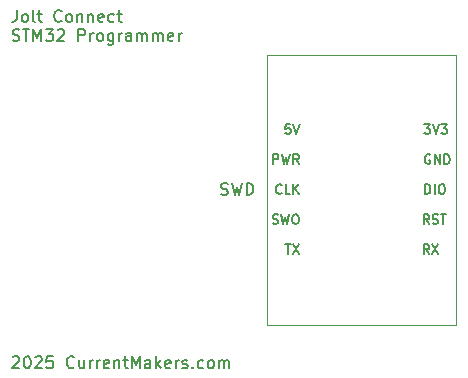
<source format=gto>
%TF.GenerationSoftware,KiCad,Pcbnew,9.0.4+dfsg-1*%
%TF.CreationDate,2025-09-24T09:23:34+08:00*%
%TF.ProjectId,cover,636f7665-722e-46b6-9963-61645f706362,a*%
%TF.SameCoordinates,Original*%
%TF.FileFunction,Legend,Top*%
%TF.FilePolarity,Positive*%
%FSLAX45Y45*%
G04 Gerber Fmt 4.5, Leading zero omitted, Abs format (unit mm)*
G04 Created by KiCad (PCBNEW 9.0.4+dfsg-1) date 2025-09-24 09:23:34*
%MOMM*%
%LPD*%
G01*
G04 APERTURE LIST*
%ADD10C,0.120000*%
%ADD11C,0.150000*%
G04 APERTURE END LIST*
D10*
X12979400Y-10033000D02*
X14224000Y-10033000D01*
X14224000Y-7747000D02*
X14579600Y-7747000D01*
X12979400Y-7747000D02*
X14224000Y-7747000D01*
X14579600Y-10033000D02*
X14224000Y-10033000D01*
X12979400Y-7747000D02*
X12979400Y-10033000D01*
X14579600Y-7747000D02*
X14579600Y-10033000D01*
D11*
X10857249Y-7369982D02*
X10857249Y-7441410D01*
X10857249Y-7441410D02*
X10852487Y-7455696D01*
X10852487Y-7455696D02*
X10842964Y-7465220D01*
X10842964Y-7465220D02*
X10828678Y-7469982D01*
X10828678Y-7469982D02*
X10819154Y-7469982D01*
X10919154Y-7469982D02*
X10909630Y-7465220D01*
X10909630Y-7465220D02*
X10904868Y-7460458D01*
X10904868Y-7460458D02*
X10900107Y-7450934D01*
X10900107Y-7450934D02*
X10900107Y-7422363D01*
X10900107Y-7422363D02*
X10904868Y-7412839D01*
X10904868Y-7412839D02*
X10909630Y-7408077D01*
X10909630Y-7408077D02*
X10919154Y-7403315D01*
X10919154Y-7403315D02*
X10933440Y-7403315D01*
X10933440Y-7403315D02*
X10942964Y-7408077D01*
X10942964Y-7408077D02*
X10947726Y-7412839D01*
X10947726Y-7412839D02*
X10952487Y-7422363D01*
X10952487Y-7422363D02*
X10952487Y-7450934D01*
X10952487Y-7450934D02*
X10947726Y-7460458D01*
X10947726Y-7460458D02*
X10942964Y-7465220D01*
X10942964Y-7465220D02*
X10933440Y-7469982D01*
X10933440Y-7469982D02*
X10919154Y-7469982D01*
X11009630Y-7469982D02*
X11000107Y-7465220D01*
X11000107Y-7465220D02*
X10995345Y-7455696D01*
X10995345Y-7455696D02*
X10995345Y-7369982D01*
X11033440Y-7403315D02*
X11071535Y-7403315D01*
X11047726Y-7369982D02*
X11047726Y-7455696D01*
X11047726Y-7455696D02*
X11052488Y-7465220D01*
X11052488Y-7465220D02*
X11062011Y-7469982D01*
X11062011Y-7469982D02*
X11071535Y-7469982D01*
X11238202Y-7460458D02*
X11233440Y-7465220D01*
X11233440Y-7465220D02*
X11219154Y-7469982D01*
X11219154Y-7469982D02*
X11209630Y-7469982D01*
X11209630Y-7469982D02*
X11195345Y-7465220D01*
X11195345Y-7465220D02*
X11185821Y-7455696D01*
X11185821Y-7455696D02*
X11181059Y-7446172D01*
X11181059Y-7446172D02*
X11176297Y-7427125D01*
X11176297Y-7427125D02*
X11176297Y-7412839D01*
X11176297Y-7412839D02*
X11181059Y-7393791D01*
X11181059Y-7393791D02*
X11185821Y-7384268D01*
X11185821Y-7384268D02*
X11195345Y-7374744D01*
X11195345Y-7374744D02*
X11209630Y-7369982D01*
X11209630Y-7369982D02*
X11219154Y-7369982D01*
X11219154Y-7369982D02*
X11233440Y-7374744D01*
X11233440Y-7374744D02*
X11238202Y-7379506D01*
X11295345Y-7469982D02*
X11285821Y-7465220D01*
X11285821Y-7465220D02*
X11281059Y-7460458D01*
X11281059Y-7460458D02*
X11276297Y-7450934D01*
X11276297Y-7450934D02*
X11276297Y-7422363D01*
X11276297Y-7422363D02*
X11281059Y-7412839D01*
X11281059Y-7412839D02*
X11285821Y-7408077D01*
X11285821Y-7408077D02*
X11295345Y-7403315D01*
X11295345Y-7403315D02*
X11309630Y-7403315D01*
X11309630Y-7403315D02*
X11319154Y-7408077D01*
X11319154Y-7408077D02*
X11323916Y-7412839D01*
X11323916Y-7412839D02*
X11328678Y-7422363D01*
X11328678Y-7422363D02*
X11328678Y-7450934D01*
X11328678Y-7450934D02*
X11323916Y-7460458D01*
X11323916Y-7460458D02*
X11319154Y-7465220D01*
X11319154Y-7465220D02*
X11309630Y-7469982D01*
X11309630Y-7469982D02*
X11295345Y-7469982D01*
X11371535Y-7403315D02*
X11371535Y-7469982D01*
X11371535Y-7412839D02*
X11376297Y-7408077D01*
X11376297Y-7408077D02*
X11385821Y-7403315D01*
X11385821Y-7403315D02*
X11400107Y-7403315D01*
X11400107Y-7403315D02*
X11409630Y-7408077D01*
X11409630Y-7408077D02*
X11414392Y-7417601D01*
X11414392Y-7417601D02*
X11414392Y-7469982D01*
X11462011Y-7403315D02*
X11462011Y-7469982D01*
X11462011Y-7412839D02*
X11466773Y-7408077D01*
X11466773Y-7408077D02*
X11476297Y-7403315D01*
X11476297Y-7403315D02*
X11490583Y-7403315D01*
X11490583Y-7403315D02*
X11500107Y-7408077D01*
X11500107Y-7408077D02*
X11504868Y-7417601D01*
X11504868Y-7417601D02*
X11504868Y-7469982D01*
X11590583Y-7465220D02*
X11581059Y-7469982D01*
X11581059Y-7469982D02*
X11562011Y-7469982D01*
X11562011Y-7469982D02*
X11552488Y-7465220D01*
X11552488Y-7465220D02*
X11547726Y-7455696D01*
X11547726Y-7455696D02*
X11547726Y-7417601D01*
X11547726Y-7417601D02*
X11552488Y-7408077D01*
X11552488Y-7408077D02*
X11562011Y-7403315D01*
X11562011Y-7403315D02*
X11581059Y-7403315D01*
X11581059Y-7403315D02*
X11590583Y-7408077D01*
X11590583Y-7408077D02*
X11595345Y-7417601D01*
X11595345Y-7417601D02*
X11595345Y-7427125D01*
X11595345Y-7427125D02*
X11547726Y-7436648D01*
X11681059Y-7465220D02*
X11671535Y-7469982D01*
X11671535Y-7469982D02*
X11652488Y-7469982D01*
X11652488Y-7469982D02*
X11642964Y-7465220D01*
X11642964Y-7465220D02*
X11638202Y-7460458D01*
X11638202Y-7460458D02*
X11633440Y-7450934D01*
X11633440Y-7450934D02*
X11633440Y-7422363D01*
X11633440Y-7422363D02*
X11638202Y-7412839D01*
X11638202Y-7412839D02*
X11642964Y-7408077D01*
X11642964Y-7408077D02*
X11652488Y-7403315D01*
X11652488Y-7403315D02*
X11671535Y-7403315D01*
X11671535Y-7403315D02*
X11681059Y-7408077D01*
X11709630Y-7403315D02*
X11747726Y-7403315D01*
X11723916Y-7369982D02*
X11723916Y-7455696D01*
X11723916Y-7455696D02*
X11728678Y-7465220D01*
X11728678Y-7465220D02*
X11738202Y-7469982D01*
X11738202Y-7469982D02*
X11747726Y-7469982D01*
X10823916Y-7626214D02*
X10838202Y-7630976D01*
X10838202Y-7630976D02*
X10862011Y-7630976D01*
X10862011Y-7630976D02*
X10871535Y-7626214D01*
X10871535Y-7626214D02*
X10876297Y-7621452D01*
X10876297Y-7621452D02*
X10881059Y-7611929D01*
X10881059Y-7611929D02*
X10881059Y-7602405D01*
X10881059Y-7602405D02*
X10876297Y-7592881D01*
X10876297Y-7592881D02*
X10871535Y-7588119D01*
X10871535Y-7588119D02*
X10862011Y-7583357D01*
X10862011Y-7583357D02*
X10842964Y-7578595D01*
X10842964Y-7578595D02*
X10833440Y-7573833D01*
X10833440Y-7573833D02*
X10828678Y-7569071D01*
X10828678Y-7569071D02*
X10823916Y-7559548D01*
X10823916Y-7559548D02*
X10823916Y-7550024D01*
X10823916Y-7550024D02*
X10828678Y-7540500D01*
X10828678Y-7540500D02*
X10833440Y-7535738D01*
X10833440Y-7535738D02*
X10842964Y-7530976D01*
X10842964Y-7530976D02*
X10866773Y-7530976D01*
X10866773Y-7530976D02*
X10881059Y-7535738D01*
X10909630Y-7530976D02*
X10966773Y-7530976D01*
X10938202Y-7630976D02*
X10938202Y-7530976D01*
X11000107Y-7630976D02*
X11000107Y-7530976D01*
X11000107Y-7530976D02*
X11033440Y-7602405D01*
X11033440Y-7602405D02*
X11066773Y-7530976D01*
X11066773Y-7530976D02*
X11066773Y-7630976D01*
X11104868Y-7530976D02*
X11166773Y-7530976D01*
X11166773Y-7530976D02*
X11133440Y-7569071D01*
X11133440Y-7569071D02*
X11147726Y-7569071D01*
X11147726Y-7569071D02*
X11157249Y-7573833D01*
X11157249Y-7573833D02*
X11162011Y-7578595D01*
X11162011Y-7578595D02*
X11166773Y-7588119D01*
X11166773Y-7588119D02*
X11166773Y-7611929D01*
X11166773Y-7611929D02*
X11162011Y-7621452D01*
X11162011Y-7621452D02*
X11157249Y-7626214D01*
X11157249Y-7626214D02*
X11147726Y-7630976D01*
X11147726Y-7630976D02*
X11119154Y-7630976D01*
X11119154Y-7630976D02*
X11109630Y-7626214D01*
X11109630Y-7626214D02*
X11104868Y-7621452D01*
X11204868Y-7540500D02*
X11209630Y-7535738D01*
X11209630Y-7535738D02*
X11219154Y-7530976D01*
X11219154Y-7530976D02*
X11242964Y-7530976D01*
X11242964Y-7530976D02*
X11252487Y-7535738D01*
X11252487Y-7535738D02*
X11257249Y-7540500D01*
X11257249Y-7540500D02*
X11262011Y-7550024D01*
X11262011Y-7550024D02*
X11262011Y-7559548D01*
X11262011Y-7559548D02*
X11257249Y-7573833D01*
X11257249Y-7573833D02*
X11200106Y-7630976D01*
X11200106Y-7630976D02*
X11262011Y-7630976D01*
X11381059Y-7630976D02*
X11381059Y-7530976D01*
X11381059Y-7530976D02*
X11419154Y-7530976D01*
X11419154Y-7530976D02*
X11428678Y-7535738D01*
X11428678Y-7535738D02*
X11433440Y-7540500D01*
X11433440Y-7540500D02*
X11438202Y-7550024D01*
X11438202Y-7550024D02*
X11438202Y-7564310D01*
X11438202Y-7564310D02*
X11433440Y-7573833D01*
X11433440Y-7573833D02*
X11428678Y-7578595D01*
X11428678Y-7578595D02*
X11419154Y-7583357D01*
X11419154Y-7583357D02*
X11381059Y-7583357D01*
X11481059Y-7630976D02*
X11481059Y-7564310D01*
X11481059Y-7583357D02*
X11485821Y-7573833D01*
X11485821Y-7573833D02*
X11490583Y-7569071D01*
X11490583Y-7569071D02*
X11500106Y-7564310D01*
X11500106Y-7564310D02*
X11509630Y-7564310D01*
X11557249Y-7630976D02*
X11547726Y-7626214D01*
X11547726Y-7626214D02*
X11542964Y-7621452D01*
X11542964Y-7621452D02*
X11538202Y-7611929D01*
X11538202Y-7611929D02*
X11538202Y-7583357D01*
X11538202Y-7583357D02*
X11542964Y-7573833D01*
X11542964Y-7573833D02*
X11547726Y-7569071D01*
X11547726Y-7569071D02*
X11557249Y-7564310D01*
X11557249Y-7564310D02*
X11571535Y-7564310D01*
X11571535Y-7564310D02*
X11581059Y-7569071D01*
X11581059Y-7569071D02*
X11585821Y-7573833D01*
X11585821Y-7573833D02*
X11590583Y-7583357D01*
X11590583Y-7583357D02*
X11590583Y-7611929D01*
X11590583Y-7611929D02*
X11585821Y-7621452D01*
X11585821Y-7621452D02*
X11581059Y-7626214D01*
X11581059Y-7626214D02*
X11571535Y-7630976D01*
X11571535Y-7630976D02*
X11557249Y-7630976D01*
X11676297Y-7564310D02*
X11676297Y-7645262D01*
X11676297Y-7645262D02*
X11671535Y-7654786D01*
X11671535Y-7654786D02*
X11666773Y-7659548D01*
X11666773Y-7659548D02*
X11657249Y-7664310D01*
X11657249Y-7664310D02*
X11642964Y-7664310D01*
X11642964Y-7664310D02*
X11633440Y-7659548D01*
X11676297Y-7626214D02*
X11666773Y-7630976D01*
X11666773Y-7630976D02*
X11647726Y-7630976D01*
X11647726Y-7630976D02*
X11638202Y-7626214D01*
X11638202Y-7626214D02*
X11633440Y-7621452D01*
X11633440Y-7621452D02*
X11628678Y-7611929D01*
X11628678Y-7611929D02*
X11628678Y-7583357D01*
X11628678Y-7583357D02*
X11633440Y-7573833D01*
X11633440Y-7573833D02*
X11638202Y-7569071D01*
X11638202Y-7569071D02*
X11647726Y-7564310D01*
X11647726Y-7564310D02*
X11666773Y-7564310D01*
X11666773Y-7564310D02*
X11676297Y-7569071D01*
X11723916Y-7630976D02*
X11723916Y-7564310D01*
X11723916Y-7583357D02*
X11728678Y-7573833D01*
X11728678Y-7573833D02*
X11733440Y-7569071D01*
X11733440Y-7569071D02*
X11742964Y-7564310D01*
X11742964Y-7564310D02*
X11752487Y-7564310D01*
X11828678Y-7630976D02*
X11828678Y-7578595D01*
X11828678Y-7578595D02*
X11823916Y-7569071D01*
X11823916Y-7569071D02*
X11814392Y-7564310D01*
X11814392Y-7564310D02*
X11795345Y-7564310D01*
X11795345Y-7564310D02*
X11785821Y-7569071D01*
X11828678Y-7626214D02*
X11819154Y-7630976D01*
X11819154Y-7630976D02*
X11795345Y-7630976D01*
X11795345Y-7630976D02*
X11785821Y-7626214D01*
X11785821Y-7626214D02*
X11781059Y-7616690D01*
X11781059Y-7616690D02*
X11781059Y-7607167D01*
X11781059Y-7607167D02*
X11785821Y-7597643D01*
X11785821Y-7597643D02*
X11795345Y-7592881D01*
X11795345Y-7592881D02*
X11819154Y-7592881D01*
X11819154Y-7592881D02*
X11828678Y-7588119D01*
X11876297Y-7630976D02*
X11876297Y-7564310D01*
X11876297Y-7573833D02*
X11881059Y-7569071D01*
X11881059Y-7569071D02*
X11890583Y-7564310D01*
X11890583Y-7564310D02*
X11904868Y-7564310D01*
X11904868Y-7564310D02*
X11914392Y-7569071D01*
X11914392Y-7569071D02*
X11919154Y-7578595D01*
X11919154Y-7578595D02*
X11919154Y-7630976D01*
X11919154Y-7578595D02*
X11923916Y-7569071D01*
X11923916Y-7569071D02*
X11933440Y-7564310D01*
X11933440Y-7564310D02*
X11947726Y-7564310D01*
X11947726Y-7564310D02*
X11957249Y-7569071D01*
X11957249Y-7569071D02*
X11962011Y-7578595D01*
X11962011Y-7578595D02*
X11962011Y-7630976D01*
X12009630Y-7630976D02*
X12009630Y-7564310D01*
X12009630Y-7573833D02*
X12014392Y-7569071D01*
X12014392Y-7569071D02*
X12023916Y-7564310D01*
X12023916Y-7564310D02*
X12038202Y-7564310D01*
X12038202Y-7564310D02*
X12047726Y-7569071D01*
X12047726Y-7569071D02*
X12052487Y-7578595D01*
X12052487Y-7578595D02*
X12052487Y-7630976D01*
X12052487Y-7578595D02*
X12057249Y-7569071D01*
X12057249Y-7569071D02*
X12066773Y-7564310D01*
X12066773Y-7564310D02*
X12081059Y-7564310D01*
X12081059Y-7564310D02*
X12090583Y-7569071D01*
X12090583Y-7569071D02*
X12095345Y-7578595D01*
X12095345Y-7578595D02*
X12095345Y-7630976D01*
X12181059Y-7626214D02*
X12171535Y-7630976D01*
X12171535Y-7630976D02*
X12152487Y-7630976D01*
X12152487Y-7630976D02*
X12142964Y-7626214D01*
X12142964Y-7626214D02*
X12138202Y-7616690D01*
X12138202Y-7616690D02*
X12138202Y-7578595D01*
X12138202Y-7578595D02*
X12142964Y-7569071D01*
X12142964Y-7569071D02*
X12152487Y-7564310D01*
X12152487Y-7564310D02*
X12171535Y-7564310D01*
X12171535Y-7564310D02*
X12181059Y-7569071D01*
X12181059Y-7569071D02*
X12185821Y-7578595D01*
X12185821Y-7578595D02*
X12185821Y-7588119D01*
X12185821Y-7588119D02*
X12138202Y-7597643D01*
X12228678Y-7630976D02*
X12228678Y-7564310D01*
X12228678Y-7583357D02*
X12233440Y-7573833D01*
X12233440Y-7573833D02*
X12238202Y-7569071D01*
X12238202Y-7569071D02*
X12247726Y-7564310D01*
X12247726Y-7564310D02*
X12257249Y-7564310D01*
X13101632Y-8918610D02*
X13097822Y-8922420D01*
X13097822Y-8922420D02*
X13086393Y-8926230D01*
X13086393Y-8926230D02*
X13078774Y-8926230D01*
X13078774Y-8926230D02*
X13067346Y-8922420D01*
X13067346Y-8922420D02*
X13059727Y-8914801D01*
X13059727Y-8914801D02*
X13055917Y-8907182D01*
X13055917Y-8907182D02*
X13052108Y-8891944D01*
X13052108Y-8891944D02*
X13052108Y-8880515D01*
X13052108Y-8880515D02*
X13055917Y-8865277D01*
X13055917Y-8865277D02*
X13059727Y-8857658D01*
X13059727Y-8857658D02*
X13067346Y-8850039D01*
X13067346Y-8850039D02*
X13078774Y-8846230D01*
X13078774Y-8846230D02*
X13086393Y-8846230D01*
X13086393Y-8846230D02*
X13097822Y-8850039D01*
X13097822Y-8850039D02*
X13101632Y-8853849D01*
X13174012Y-8926230D02*
X13135917Y-8926230D01*
X13135917Y-8926230D02*
X13135917Y-8846230D01*
X13200679Y-8926230D02*
X13200679Y-8846230D01*
X13246393Y-8926230D02*
X13212108Y-8880515D01*
X13246393Y-8846230D02*
X13200679Y-8891944D01*
X13025441Y-9176420D02*
X13036870Y-9180230D01*
X13036870Y-9180230D02*
X13055917Y-9180230D01*
X13055917Y-9180230D02*
X13063536Y-9176420D01*
X13063536Y-9176420D02*
X13067346Y-9172610D01*
X13067346Y-9172610D02*
X13071155Y-9164991D01*
X13071155Y-9164991D02*
X13071155Y-9157372D01*
X13071155Y-9157372D02*
X13067346Y-9149753D01*
X13067346Y-9149753D02*
X13063536Y-9145944D01*
X13063536Y-9145944D02*
X13055917Y-9142134D01*
X13055917Y-9142134D02*
X13040679Y-9138325D01*
X13040679Y-9138325D02*
X13033060Y-9134515D01*
X13033060Y-9134515D02*
X13029251Y-9130706D01*
X13029251Y-9130706D02*
X13025441Y-9123087D01*
X13025441Y-9123087D02*
X13025441Y-9115468D01*
X13025441Y-9115468D02*
X13029251Y-9107849D01*
X13029251Y-9107849D02*
X13033060Y-9104039D01*
X13033060Y-9104039D02*
X13040679Y-9100230D01*
X13040679Y-9100230D02*
X13059727Y-9100230D01*
X13059727Y-9100230D02*
X13071155Y-9104039D01*
X13097822Y-9100230D02*
X13116870Y-9180230D01*
X13116870Y-9180230D02*
X13132108Y-9123087D01*
X13132108Y-9123087D02*
X13147346Y-9180230D01*
X13147346Y-9180230D02*
X13166393Y-9100230D01*
X13212108Y-9100230D02*
X13227346Y-9100230D01*
X13227346Y-9100230D02*
X13234965Y-9104039D01*
X13234965Y-9104039D02*
X13242584Y-9111658D01*
X13242584Y-9111658D02*
X13246393Y-9126896D01*
X13246393Y-9126896D02*
X13246393Y-9153563D01*
X13246393Y-9153563D02*
X13242584Y-9168801D01*
X13242584Y-9168801D02*
X13234965Y-9176420D01*
X13234965Y-9176420D02*
X13227346Y-9180230D01*
X13227346Y-9180230D02*
X13212108Y-9180230D01*
X13212108Y-9180230D02*
X13204489Y-9176420D01*
X13204489Y-9176420D02*
X13196870Y-9168801D01*
X13196870Y-9168801D02*
X13193060Y-9153563D01*
X13193060Y-9153563D02*
X13193060Y-9126896D01*
X13193060Y-9126896D02*
X13196870Y-9111658D01*
X13196870Y-9111658D02*
X13204489Y-9104039D01*
X13204489Y-9104039D02*
X13212108Y-9100230D01*
X13174012Y-8338229D02*
X13135917Y-8338229D01*
X13135917Y-8338229D02*
X13132108Y-8376325D01*
X13132108Y-8376325D02*
X13135917Y-8372515D01*
X13135917Y-8372515D02*
X13143536Y-8368706D01*
X13143536Y-8368706D02*
X13162584Y-8368706D01*
X13162584Y-8368706D02*
X13170203Y-8372515D01*
X13170203Y-8372515D02*
X13174012Y-8376325D01*
X13174012Y-8376325D02*
X13177822Y-8383944D01*
X13177822Y-8383944D02*
X13177822Y-8402991D01*
X13177822Y-8402991D02*
X13174012Y-8410610D01*
X13174012Y-8410610D02*
X13170203Y-8414420D01*
X13170203Y-8414420D02*
X13162584Y-8418230D01*
X13162584Y-8418230D02*
X13143536Y-8418230D01*
X13143536Y-8418230D02*
X13135917Y-8414420D01*
X13135917Y-8414420D02*
X13132108Y-8410610D01*
X13200679Y-8338229D02*
X13227346Y-8418230D01*
X13227346Y-8418230D02*
X13254012Y-8338229D01*
X14349430Y-9434230D02*
X14322764Y-9396134D01*
X14303716Y-9434230D02*
X14303716Y-9354230D01*
X14303716Y-9354230D02*
X14334192Y-9354230D01*
X14334192Y-9354230D02*
X14341811Y-9358039D01*
X14341811Y-9358039D02*
X14345621Y-9361849D01*
X14345621Y-9361849D02*
X14349430Y-9369468D01*
X14349430Y-9369468D02*
X14349430Y-9380896D01*
X14349430Y-9380896D02*
X14345621Y-9388515D01*
X14345621Y-9388515D02*
X14341811Y-9392325D01*
X14341811Y-9392325D02*
X14334192Y-9396134D01*
X14334192Y-9396134D02*
X14303716Y-9396134D01*
X14376097Y-9354230D02*
X14429430Y-9434230D01*
X14429430Y-9354230D02*
X14376097Y-9434230D01*
X14349430Y-9180230D02*
X14322764Y-9142134D01*
X14303716Y-9180230D02*
X14303716Y-9100230D01*
X14303716Y-9100230D02*
X14334192Y-9100230D01*
X14334192Y-9100230D02*
X14341811Y-9104039D01*
X14341811Y-9104039D02*
X14345621Y-9107849D01*
X14345621Y-9107849D02*
X14349430Y-9115468D01*
X14349430Y-9115468D02*
X14349430Y-9126896D01*
X14349430Y-9126896D02*
X14345621Y-9134515D01*
X14345621Y-9134515D02*
X14341811Y-9138325D01*
X14341811Y-9138325D02*
X14334192Y-9142134D01*
X14334192Y-9142134D02*
X14303716Y-9142134D01*
X14379906Y-9176420D02*
X14391335Y-9180230D01*
X14391335Y-9180230D02*
X14410383Y-9180230D01*
X14410383Y-9180230D02*
X14418002Y-9176420D01*
X14418002Y-9176420D02*
X14421811Y-9172610D01*
X14421811Y-9172610D02*
X14425621Y-9164991D01*
X14425621Y-9164991D02*
X14425621Y-9157372D01*
X14425621Y-9157372D02*
X14421811Y-9149753D01*
X14421811Y-9149753D02*
X14418002Y-9145944D01*
X14418002Y-9145944D02*
X14410383Y-9142134D01*
X14410383Y-9142134D02*
X14395144Y-9138325D01*
X14395144Y-9138325D02*
X14387525Y-9134515D01*
X14387525Y-9134515D02*
X14383716Y-9130706D01*
X14383716Y-9130706D02*
X14379906Y-9123087D01*
X14379906Y-9123087D02*
X14379906Y-9115468D01*
X14379906Y-9115468D02*
X14383716Y-9107849D01*
X14383716Y-9107849D02*
X14387525Y-9104039D01*
X14387525Y-9104039D02*
X14395144Y-9100230D01*
X14395144Y-9100230D02*
X14414192Y-9100230D01*
X14414192Y-9100230D02*
X14425621Y-9104039D01*
X14448478Y-9100230D02*
X14494192Y-9100230D01*
X14471335Y-9180230D02*
X14471335Y-9100230D01*
X12590155Y-8930720D02*
X12604441Y-8935482D01*
X12604441Y-8935482D02*
X12628251Y-8935482D01*
X12628251Y-8935482D02*
X12637774Y-8930720D01*
X12637774Y-8930720D02*
X12642536Y-8925958D01*
X12642536Y-8925958D02*
X12647298Y-8916434D01*
X12647298Y-8916434D02*
X12647298Y-8906910D01*
X12647298Y-8906910D02*
X12642536Y-8897387D01*
X12642536Y-8897387D02*
X12637774Y-8892625D01*
X12637774Y-8892625D02*
X12628251Y-8887863D01*
X12628251Y-8887863D02*
X12609203Y-8883101D01*
X12609203Y-8883101D02*
X12599679Y-8878339D01*
X12599679Y-8878339D02*
X12594917Y-8873577D01*
X12594917Y-8873577D02*
X12590155Y-8864053D01*
X12590155Y-8864053D02*
X12590155Y-8854530D01*
X12590155Y-8854530D02*
X12594917Y-8845006D01*
X12594917Y-8845006D02*
X12599679Y-8840244D01*
X12599679Y-8840244D02*
X12609203Y-8835482D01*
X12609203Y-8835482D02*
X12633012Y-8835482D01*
X12633012Y-8835482D02*
X12647298Y-8840244D01*
X12680632Y-8835482D02*
X12704441Y-8935482D01*
X12704441Y-8935482D02*
X12723489Y-8864053D01*
X12723489Y-8864053D02*
X12742536Y-8935482D01*
X12742536Y-8935482D02*
X12766346Y-8835482D01*
X12804441Y-8935482D02*
X12804441Y-8835482D01*
X12804441Y-8835482D02*
X12828251Y-8835482D01*
X12828251Y-8835482D02*
X12842536Y-8840244D01*
X12842536Y-8840244D02*
X12852060Y-8849768D01*
X12852060Y-8849768D02*
X12856822Y-8859291D01*
X12856822Y-8859291D02*
X12861584Y-8878339D01*
X12861584Y-8878339D02*
X12861584Y-8892625D01*
X12861584Y-8892625D02*
X12856822Y-8911672D01*
X12856822Y-8911672D02*
X12852060Y-8921196D01*
X12852060Y-8921196D02*
X12842536Y-8930720D01*
X12842536Y-8930720D02*
X12828251Y-8935482D01*
X12828251Y-8935482D02*
X12804441Y-8935482D01*
X10823916Y-10310506D02*
X10828678Y-10305744D01*
X10828678Y-10305744D02*
X10838202Y-10300982D01*
X10838202Y-10300982D02*
X10862011Y-10300982D01*
X10862011Y-10300982D02*
X10871535Y-10305744D01*
X10871535Y-10305744D02*
X10876297Y-10310506D01*
X10876297Y-10310506D02*
X10881059Y-10320030D01*
X10881059Y-10320030D02*
X10881059Y-10329553D01*
X10881059Y-10329553D02*
X10876297Y-10343839D01*
X10876297Y-10343839D02*
X10819154Y-10400982D01*
X10819154Y-10400982D02*
X10881059Y-10400982D01*
X10942964Y-10300982D02*
X10952487Y-10300982D01*
X10952487Y-10300982D02*
X10962011Y-10305744D01*
X10962011Y-10305744D02*
X10966773Y-10310506D01*
X10966773Y-10310506D02*
X10971535Y-10320030D01*
X10971535Y-10320030D02*
X10976297Y-10339077D01*
X10976297Y-10339077D02*
X10976297Y-10362887D01*
X10976297Y-10362887D02*
X10971535Y-10381934D01*
X10971535Y-10381934D02*
X10966773Y-10391458D01*
X10966773Y-10391458D02*
X10962011Y-10396220D01*
X10962011Y-10396220D02*
X10952487Y-10400982D01*
X10952487Y-10400982D02*
X10942964Y-10400982D01*
X10942964Y-10400982D02*
X10933440Y-10396220D01*
X10933440Y-10396220D02*
X10928678Y-10391458D01*
X10928678Y-10391458D02*
X10923916Y-10381934D01*
X10923916Y-10381934D02*
X10919154Y-10362887D01*
X10919154Y-10362887D02*
X10919154Y-10339077D01*
X10919154Y-10339077D02*
X10923916Y-10320030D01*
X10923916Y-10320030D02*
X10928678Y-10310506D01*
X10928678Y-10310506D02*
X10933440Y-10305744D01*
X10933440Y-10305744D02*
X10942964Y-10300982D01*
X11014392Y-10310506D02*
X11019154Y-10305744D01*
X11019154Y-10305744D02*
X11028678Y-10300982D01*
X11028678Y-10300982D02*
X11052487Y-10300982D01*
X11052487Y-10300982D02*
X11062011Y-10305744D01*
X11062011Y-10305744D02*
X11066773Y-10310506D01*
X11066773Y-10310506D02*
X11071535Y-10320030D01*
X11071535Y-10320030D02*
X11071535Y-10329553D01*
X11071535Y-10329553D02*
X11066773Y-10343839D01*
X11066773Y-10343839D02*
X11009630Y-10400982D01*
X11009630Y-10400982D02*
X11071535Y-10400982D01*
X11162011Y-10300982D02*
X11114392Y-10300982D01*
X11114392Y-10300982D02*
X11109630Y-10348601D01*
X11109630Y-10348601D02*
X11114392Y-10343839D01*
X11114392Y-10343839D02*
X11123916Y-10339077D01*
X11123916Y-10339077D02*
X11147726Y-10339077D01*
X11147726Y-10339077D02*
X11157249Y-10343839D01*
X11157249Y-10343839D02*
X11162011Y-10348601D01*
X11162011Y-10348601D02*
X11166773Y-10358125D01*
X11166773Y-10358125D02*
X11166773Y-10381934D01*
X11166773Y-10381934D02*
X11162011Y-10391458D01*
X11162011Y-10391458D02*
X11157249Y-10396220D01*
X11157249Y-10396220D02*
X11147726Y-10400982D01*
X11147726Y-10400982D02*
X11123916Y-10400982D01*
X11123916Y-10400982D02*
X11114392Y-10396220D01*
X11114392Y-10396220D02*
X11109630Y-10391458D01*
X11342964Y-10391458D02*
X11338202Y-10396220D01*
X11338202Y-10396220D02*
X11323916Y-10400982D01*
X11323916Y-10400982D02*
X11314392Y-10400982D01*
X11314392Y-10400982D02*
X11300106Y-10396220D01*
X11300106Y-10396220D02*
X11290583Y-10386696D01*
X11290583Y-10386696D02*
X11285821Y-10377172D01*
X11285821Y-10377172D02*
X11281059Y-10358125D01*
X11281059Y-10358125D02*
X11281059Y-10343839D01*
X11281059Y-10343839D02*
X11285821Y-10324791D01*
X11285821Y-10324791D02*
X11290583Y-10315268D01*
X11290583Y-10315268D02*
X11300106Y-10305744D01*
X11300106Y-10305744D02*
X11314392Y-10300982D01*
X11314392Y-10300982D02*
X11323916Y-10300982D01*
X11323916Y-10300982D02*
X11338202Y-10305744D01*
X11338202Y-10305744D02*
X11342964Y-10310506D01*
X11428678Y-10334315D02*
X11428678Y-10400982D01*
X11385821Y-10334315D02*
X11385821Y-10386696D01*
X11385821Y-10386696D02*
X11390583Y-10396220D01*
X11390583Y-10396220D02*
X11400106Y-10400982D01*
X11400106Y-10400982D02*
X11414392Y-10400982D01*
X11414392Y-10400982D02*
X11423916Y-10396220D01*
X11423916Y-10396220D02*
X11428678Y-10391458D01*
X11476297Y-10400982D02*
X11476297Y-10334315D01*
X11476297Y-10353363D02*
X11481059Y-10343839D01*
X11481059Y-10343839D02*
X11485821Y-10339077D01*
X11485821Y-10339077D02*
X11495345Y-10334315D01*
X11495345Y-10334315D02*
X11504868Y-10334315D01*
X11538202Y-10400982D02*
X11538202Y-10334315D01*
X11538202Y-10353363D02*
X11542964Y-10343839D01*
X11542964Y-10343839D02*
X11547726Y-10339077D01*
X11547726Y-10339077D02*
X11557249Y-10334315D01*
X11557249Y-10334315D02*
X11566773Y-10334315D01*
X11638202Y-10396220D02*
X11628678Y-10400982D01*
X11628678Y-10400982D02*
X11609630Y-10400982D01*
X11609630Y-10400982D02*
X11600107Y-10396220D01*
X11600107Y-10396220D02*
X11595345Y-10386696D01*
X11595345Y-10386696D02*
X11595345Y-10348601D01*
X11595345Y-10348601D02*
X11600107Y-10339077D01*
X11600107Y-10339077D02*
X11609630Y-10334315D01*
X11609630Y-10334315D02*
X11628678Y-10334315D01*
X11628678Y-10334315D02*
X11638202Y-10339077D01*
X11638202Y-10339077D02*
X11642964Y-10348601D01*
X11642964Y-10348601D02*
X11642964Y-10358125D01*
X11642964Y-10358125D02*
X11595345Y-10367649D01*
X11685821Y-10334315D02*
X11685821Y-10400982D01*
X11685821Y-10343839D02*
X11690583Y-10339077D01*
X11690583Y-10339077D02*
X11700107Y-10334315D01*
X11700107Y-10334315D02*
X11714392Y-10334315D01*
X11714392Y-10334315D02*
X11723916Y-10339077D01*
X11723916Y-10339077D02*
X11728678Y-10348601D01*
X11728678Y-10348601D02*
X11728678Y-10400982D01*
X11762011Y-10334315D02*
X11800107Y-10334315D01*
X11776297Y-10300982D02*
X11776297Y-10386696D01*
X11776297Y-10386696D02*
X11781059Y-10396220D01*
X11781059Y-10396220D02*
X11790583Y-10400982D01*
X11790583Y-10400982D02*
X11800107Y-10400982D01*
X11833440Y-10400982D02*
X11833440Y-10300982D01*
X11833440Y-10300982D02*
X11866773Y-10372410D01*
X11866773Y-10372410D02*
X11900107Y-10300982D01*
X11900107Y-10300982D02*
X11900107Y-10400982D01*
X11990583Y-10400982D02*
X11990583Y-10348601D01*
X11990583Y-10348601D02*
X11985821Y-10339077D01*
X11985821Y-10339077D02*
X11976297Y-10334315D01*
X11976297Y-10334315D02*
X11957249Y-10334315D01*
X11957249Y-10334315D02*
X11947726Y-10339077D01*
X11990583Y-10396220D02*
X11981059Y-10400982D01*
X11981059Y-10400982D02*
X11957249Y-10400982D01*
X11957249Y-10400982D02*
X11947726Y-10396220D01*
X11947726Y-10396220D02*
X11942964Y-10386696D01*
X11942964Y-10386696D02*
X11942964Y-10377172D01*
X11942964Y-10377172D02*
X11947726Y-10367649D01*
X11947726Y-10367649D02*
X11957249Y-10362887D01*
X11957249Y-10362887D02*
X11981059Y-10362887D01*
X11981059Y-10362887D02*
X11990583Y-10358125D01*
X12038202Y-10400982D02*
X12038202Y-10300982D01*
X12047726Y-10362887D02*
X12076297Y-10400982D01*
X12076297Y-10334315D02*
X12038202Y-10372410D01*
X12157249Y-10396220D02*
X12147726Y-10400982D01*
X12147726Y-10400982D02*
X12128678Y-10400982D01*
X12128678Y-10400982D02*
X12119154Y-10396220D01*
X12119154Y-10396220D02*
X12114392Y-10386696D01*
X12114392Y-10386696D02*
X12114392Y-10348601D01*
X12114392Y-10348601D02*
X12119154Y-10339077D01*
X12119154Y-10339077D02*
X12128678Y-10334315D01*
X12128678Y-10334315D02*
X12147726Y-10334315D01*
X12147726Y-10334315D02*
X12157249Y-10339077D01*
X12157249Y-10339077D02*
X12162011Y-10348601D01*
X12162011Y-10348601D02*
X12162011Y-10358125D01*
X12162011Y-10358125D02*
X12114392Y-10367649D01*
X12204869Y-10400982D02*
X12204869Y-10334315D01*
X12204869Y-10353363D02*
X12209630Y-10343839D01*
X12209630Y-10343839D02*
X12214392Y-10339077D01*
X12214392Y-10339077D02*
X12223916Y-10334315D01*
X12223916Y-10334315D02*
X12233440Y-10334315D01*
X12262011Y-10396220D02*
X12271535Y-10400982D01*
X12271535Y-10400982D02*
X12290583Y-10400982D01*
X12290583Y-10400982D02*
X12300107Y-10396220D01*
X12300107Y-10396220D02*
X12304869Y-10386696D01*
X12304869Y-10386696D02*
X12304869Y-10381934D01*
X12304869Y-10381934D02*
X12300107Y-10372410D01*
X12300107Y-10372410D02*
X12290583Y-10367649D01*
X12290583Y-10367649D02*
X12276297Y-10367649D01*
X12276297Y-10367649D02*
X12266773Y-10362887D01*
X12266773Y-10362887D02*
X12262011Y-10353363D01*
X12262011Y-10353363D02*
X12262011Y-10348601D01*
X12262011Y-10348601D02*
X12266773Y-10339077D01*
X12266773Y-10339077D02*
X12276297Y-10334315D01*
X12276297Y-10334315D02*
X12290583Y-10334315D01*
X12290583Y-10334315D02*
X12300107Y-10339077D01*
X12347726Y-10391458D02*
X12352488Y-10396220D01*
X12352488Y-10396220D02*
X12347726Y-10400982D01*
X12347726Y-10400982D02*
X12342964Y-10396220D01*
X12342964Y-10396220D02*
X12347726Y-10391458D01*
X12347726Y-10391458D02*
X12347726Y-10400982D01*
X12438202Y-10396220D02*
X12428678Y-10400982D01*
X12428678Y-10400982D02*
X12409630Y-10400982D01*
X12409630Y-10400982D02*
X12400107Y-10396220D01*
X12400107Y-10396220D02*
X12395345Y-10391458D01*
X12395345Y-10391458D02*
X12390583Y-10381934D01*
X12390583Y-10381934D02*
X12390583Y-10353363D01*
X12390583Y-10353363D02*
X12395345Y-10343839D01*
X12395345Y-10343839D02*
X12400107Y-10339077D01*
X12400107Y-10339077D02*
X12409630Y-10334315D01*
X12409630Y-10334315D02*
X12428678Y-10334315D01*
X12428678Y-10334315D02*
X12438202Y-10339077D01*
X12495345Y-10400982D02*
X12485821Y-10396220D01*
X12485821Y-10396220D02*
X12481059Y-10391458D01*
X12481059Y-10391458D02*
X12476297Y-10381934D01*
X12476297Y-10381934D02*
X12476297Y-10353363D01*
X12476297Y-10353363D02*
X12481059Y-10343839D01*
X12481059Y-10343839D02*
X12485821Y-10339077D01*
X12485821Y-10339077D02*
X12495345Y-10334315D01*
X12495345Y-10334315D02*
X12509630Y-10334315D01*
X12509630Y-10334315D02*
X12519154Y-10339077D01*
X12519154Y-10339077D02*
X12523916Y-10343839D01*
X12523916Y-10343839D02*
X12528678Y-10353363D01*
X12528678Y-10353363D02*
X12528678Y-10381934D01*
X12528678Y-10381934D02*
X12523916Y-10391458D01*
X12523916Y-10391458D02*
X12519154Y-10396220D01*
X12519154Y-10396220D02*
X12509630Y-10400982D01*
X12509630Y-10400982D02*
X12495345Y-10400982D01*
X12571535Y-10400982D02*
X12571535Y-10334315D01*
X12571535Y-10343839D02*
X12576297Y-10339077D01*
X12576297Y-10339077D02*
X12585821Y-10334315D01*
X12585821Y-10334315D02*
X12600107Y-10334315D01*
X12600107Y-10334315D02*
X12609630Y-10339077D01*
X12609630Y-10339077D02*
X12614392Y-10348601D01*
X12614392Y-10348601D02*
X12614392Y-10400982D01*
X12614392Y-10348601D02*
X12619154Y-10339077D01*
X12619154Y-10339077D02*
X12628678Y-10334315D01*
X12628678Y-10334315D02*
X12642964Y-10334315D01*
X12642964Y-10334315D02*
X12652488Y-10339077D01*
X12652488Y-10339077D02*
X12657250Y-10348601D01*
X12657250Y-10348601D02*
X12657250Y-10400982D01*
X14358321Y-8596039D02*
X14350702Y-8592230D01*
X14350702Y-8592230D02*
X14339273Y-8592230D01*
X14339273Y-8592230D02*
X14327844Y-8596039D01*
X14327844Y-8596039D02*
X14320225Y-8603658D01*
X14320225Y-8603658D02*
X14316416Y-8611277D01*
X14316416Y-8611277D02*
X14312606Y-8626515D01*
X14312606Y-8626515D02*
X14312606Y-8637944D01*
X14312606Y-8637944D02*
X14316416Y-8653182D01*
X14316416Y-8653182D02*
X14320225Y-8660801D01*
X14320225Y-8660801D02*
X14327844Y-8668420D01*
X14327844Y-8668420D02*
X14339273Y-8672230D01*
X14339273Y-8672230D02*
X14346892Y-8672230D01*
X14346892Y-8672230D02*
X14358321Y-8668420D01*
X14358321Y-8668420D02*
X14362130Y-8664610D01*
X14362130Y-8664610D02*
X14362130Y-8637944D01*
X14362130Y-8637944D02*
X14346892Y-8637944D01*
X14396416Y-8672230D02*
X14396416Y-8592230D01*
X14396416Y-8592230D02*
X14442130Y-8672230D01*
X14442130Y-8672230D02*
X14442130Y-8592230D01*
X14480225Y-8672230D02*
X14480225Y-8592230D01*
X14480225Y-8592230D02*
X14499273Y-8592230D01*
X14499273Y-8592230D02*
X14510702Y-8596039D01*
X14510702Y-8596039D02*
X14518321Y-8603658D01*
X14518321Y-8603658D02*
X14522130Y-8611277D01*
X14522130Y-8611277D02*
X14525940Y-8626515D01*
X14525940Y-8626515D02*
X14525940Y-8637944D01*
X14525940Y-8637944D02*
X14522130Y-8653182D01*
X14522130Y-8653182D02*
X14518321Y-8660801D01*
X14518321Y-8660801D02*
X14510702Y-8668420D01*
X14510702Y-8668420D02*
X14499273Y-8672230D01*
X14499273Y-8672230D02*
X14480225Y-8672230D01*
X14316416Y-8926230D02*
X14316416Y-8846230D01*
X14316416Y-8846230D02*
X14335464Y-8846230D01*
X14335464Y-8846230D02*
X14346892Y-8850039D01*
X14346892Y-8850039D02*
X14354511Y-8857658D01*
X14354511Y-8857658D02*
X14358321Y-8865277D01*
X14358321Y-8865277D02*
X14362130Y-8880515D01*
X14362130Y-8880515D02*
X14362130Y-8891944D01*
X14362130Y-8891944D02*
X14358321Y-8907182D01*
X14358321Y-8907182D02*
X14354511Y-8914801D01*
X14354511Y-8914801D02*
X14346892Y-8922420D01*
X14346892Y-8922420D02*
X14335464Y-8926230D01*
X14335464Y-8926230D02*
X14316416Y-8926230D01*
X14396416Y-8926230D02*
X14396416Y-8846230D01*
X14449749Y-8846230D02*
X14464987Y-8846230D01*
X14464987Y-8846230D02*
X14472606Y-8850039D01*
X14472606Y-8850039D02*
X14480225Y-8857658D01*
X14480225Y-8857658D02*
X14484035Y-8872896D01*
X14484035Y-8872896D02*
X14484035Y-8899563D01*
X14484035Y-8899563D02*
X14480225Y-8914801D01*
X14480225Y-8914801D02*
X14472606Y-8922420D01*
X14472606Y-8922420D02*
X14464987Y-8926230D01*
X14464987Y-8926230D02*
X14449749Y-8926230D01*
X14449749Y-8926230D02*
X14442130Y-8922420D01*
X14442130Y-8922420D02*
X14434511Y-8914801D01*
X14434511Y-8914801D02*
X14430702Y-8899563D01*
X14430702Y-8899563D02*
X14430702Y-8872896D01*
X14430702Y-8872896D02*
X14434511Y-8857658D01*
X14434511Y-8857658D02*
X14442130Y-8850039D01*
X14442130Y-8850039D02*
X14449749Y-8846230D01*
X13029251Y-8672230D02*
X13029251Y-8592230D01*
X13029251Y-8592230D02*
X13059727Y-8592230D01*
X13059727Y-8592230D02*
X13067346Y-8596039D01*
X13067346Y-8596039D02*
X13071155Y-8599849D01*
X13071155Y-8599849D02*
X13074965Y-8607468D01*
X13074965Y-8607468D02*
X13074965Y-8618896D01*
X13074965Y-8618896D02*
X13071155Y-8626515D01*
X13071155Y-8626515D02*
X13067346Y-8630325D01*
X13067346Y-8630325D02*
X13059727Y-8634134D01*
X13059727Y-8634134D02*
X13029251Y-8634134D01*
X13101631Y-8592230D02*
X13120679Y-8672230D01*
X13120679Y-8672230D02*
X13135917Y-8615087D01*
X13135917Y-8615087D02*
X13151155Y-8672230D01*
X13151155Y-8672230D02*
X13170203Y-8592230D01*
X13246393Y-8672230D02*
X13219727Y-8634134D01*
X13200679Y-8672230D02*
X13200679Y-8592230D01*
X13200679Y-8592230D02*
X13231155Y-8592230D01*
X13231155Y-8592230D02*
X13238774Y-8596039D01*
X13238774Y-8596039D02*
X13242584Y-8599849D01*
X13242584Y-8599849D02*
X13246393Y-8607468D01*
X13246393Y-8607468D02*
X13246393Y-8618896D01*
X13246393Y-8618896D02*
X13242584Y-8626515D01*
X13242584Y-8626515D02*
X13238774Y-8630325D01*
X13238774Y-8630325D02*
X13231155Y-8634134D01*
X13231155Y-8634134D02*
X13200679Y-8634134D01*
X14308797Y-8338229D02*
X14358321Y-8338229D01*
X14358321Y-8338229D02*
X14331654Y-8368706D01*
X14331654Y-8368706D02*
X14343083Y-8368706D01*
X14343083Y-8368706D02*
X14350702Y-8372515D01*
X14350702Y-8372515D02*
X14354511Y-8376325D01*
X14354511Y-8376325D02*
X14358321Y-8383944D01*
X14358321Y-8383944D02*
X14358321Y-8402991D01*
X14358321Y-8402991D02*
X14354511Y-8410610D01*
X14354511Y-8410610D02*
X14350702Y-8414420D01*
X14350702Y-8414420D02*
X14343083Y-8418230D01*
X14343083Y-8418230D02*
X14320225Y-8418230D01*
X14320225Y-8418230D02*
X14312606Y-8414420D01*
X14312606Y-8414420D02*
X14308797Y-8410610D01*
X14381178Y-8338229D02*
X14407845Y-8418230D01*
X14407845Y-8418230D02*
X14434511Y-8338229D01*
X14453559Y-8338229D02*
X14503083Y-8338229D01*
X14503083Y-8338229D02*
X14476416Y-8368706D01*
X14476416Y-8368706D02*
X14487844Y-8368706D01*
X14487844Y-8368706D02*
X14495464Y-8372515D01*
X14495464Y-8372515D02*
X14499273Y-8376325D01*
X14499273Y-8376325D02*
X14503083Y-8383944D01*
X14503083Y-8383944D02*
X14503083Y-8402991D01*
X14503083Y-8402991D02*
X14499273Y-8410610D01*
X14499273Y-8410610D02*
X14495464Y-8414420D01*
X14495464Y-8414420D02*
X14487844Y-8418230D01*
X14487844Y-8418230D02*
X14464987Y-8418230D01*
X14464987Y-8418230D02*
X14457368Y-8414420D01*
X14457368Y-8414420D02*
X14453559Y-8410610D01*
X13132108Y-9354230D02*
X13177822Y-9354230D01*
X13154965Y-9434230D02*
X13154965Y-9354230D01*
X13196870Y-9354230D02*
X13250203Y-9434230D01*
X13250203Y-9354230D02*
X13196870Y-9434230D01*
M02*

</source>
